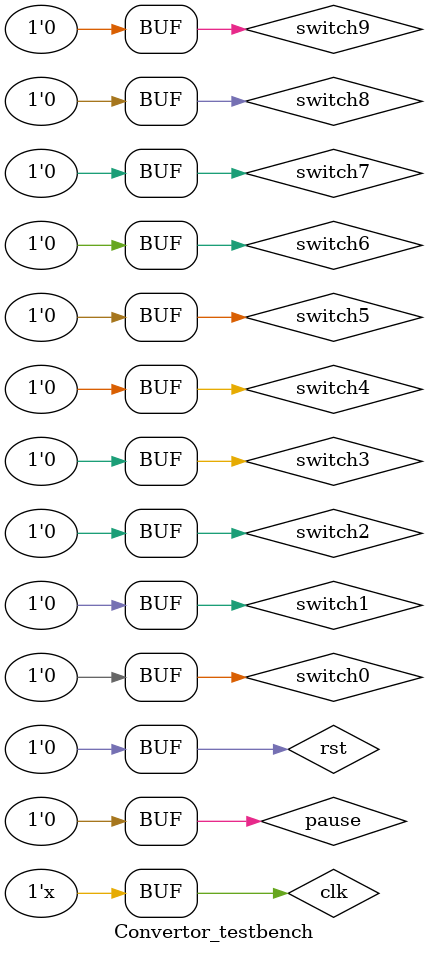
<source format=v>
`timescale 1ns / 1ps


module Convertor_testbench(
    );
    reg clk,pause,rst;
    reg switch0,switch1,switch2,switch3,switch4,switch5,switch6,switch7,switch8,switch9;
    wire [9:0] sequence;
    Convertor SI_test(
        .clk(clk),
        .pause(pause),
        .rst(rst),
        .switch0(switch0),
        .switch1(switch1),
        .switch2(switch2),
        .switch3(switch3),
        .switch4(switch4),
        .switch5(switch5),
        .switch6(switch6),
        .switch7(switch7),
        .switch8(switch8),
        .switch9(switch9),
        .sequence(sequence)
    );
    
    always #50 clk=~clk;
    
    initial
    begin
    clk=0;
    rst=0;
    pause=0;
    switch0 = 1; switch1 = 0; switch2 = 1; switch3 = 0; switch4 = 1;
    switch5 = 0; switch6 = 1; switch7 = 0; switch8 = 1; switch9 = 0;
    
    #50   rst=1;
    #100   rst=0;
    switch0 = 0; switch1 = 0; switch2 = 0; switch3 = 0; switch4 = 0;
    switch5 = 0; switch6 = 0; switch7 = 0; switch8 = 0; switch9 = 0;
    #300   pause=1;
    #300   pause=0;
    #300   rst=1;
    #50   rst=0;
    end
    
endmodule

</source>
